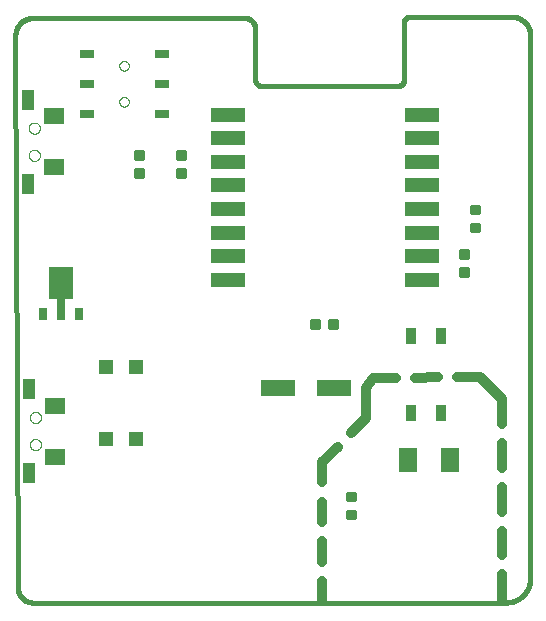
<source format=gtp>
G75*
%MOIN*%
%OFA0B0*%
%FSLAX25Y25*%
%IPPOS*%
%LPD*%
%AMOC8*
5,1,8,0,0,1.08239X$1,22.5*
%
%ADD10C,0.03200*%
%ADD11C,0.01600*%
%ADD12R,0.11811X0.04724*%
%ADD13R,0.11811X0.05512*%
%ADD14R,0.02756X0.04331*%
%ADD15R,0.07874X0.11024*%
%ADD16R,0.02500X0.05000*%
%ADD17R,0.05906X0.08268*%
%ADD18R,0.04724X0.04724*%
%ADD19C,0.00875*%
%ADD20R,0.05000X0.02500*%
%ADD21C,0.00000*%
%ADD22R,0.03500X0.05701*%
%ADD23R,0.07000X0.05500*%
%ADD24R,0.04000X0.07000*%
D10*
X0115973Y0044645D02*
X0115973Y0051459D01*
X0115973Y0057859D02*
X0115973Y0064673D01*
X0115973Y0071073D02*
X0115973Y0077887D01*
X0115973Y0084287D02*
X0115973Y0091102D01*
X0120994Y0096122D01*
X0125519Y0100648D02*
X0130540Y0105669D01*
X0130540Y0115905D01*
X0132902Y0119054D01*
X0140447Y0119138D01*
X0146847Y0119209D02*
X0154391Y0119293D01*
X0160791Y0119364D02*
X0168335Y0119448D01*
X0175816Y0111968D01*
X0175816Y0103781D01*
X0175816Y0097381D02*
X0175816Y0089194D01*
X0175816Y0082794D02*
X0175816Y0074606D01*
X0175816Y0068206D02*
X0175816Y0060019D01*
X0175816Y0053619D02*
X0175816Y0045432D01*
D11*
X0176997Y0044251D02*
X0019517Y0044251D01*
X0019376Y0044253D01*
X0019235Y0044259D01*
X0019094Y0044268D01*
X0018954Y0044282D01*
X0018814Y0044300D01*
X0018675Y0044321D01*
X0018536Y0044346D01*
X0018398Y0044375D01*
X0018261Y0044408D01*
X0018124Y0044444D01*
X0017989Y0044484D01*
X0017855Y0044528D01*
X0017722Y0044576D01*
X0017591Y0044627D01*
X0017461Y0044682D01*
X0017333Y0044741D01*
X0017206Y0044802D01*
X0017081Y0044868D01*
X0016958Y0044937D01*
X0016837Y0045009D01*
X0016718Y0045084D01*
X0016601Y0045163D01*
X0016486Y0045245D01*
X0016373Y0045330D01*
X0016263Y0045418D01*
X0016156Y0045509D01*
X0016051Y0045604D01*
X0015948Y0045701D01*
X0015849Y0045800D01*
X0015752Y0045903D01*
X0015657Y0046008D01*
X0015566Y0046115D01*
X0015478Y0046225D01*
X0015393Y0046338D01*
X0015311Y0046453D01*
X0015232Y0046570D01*
X0015157Y0046689D01*
X0015085Y0046810D01*
X0015016Y0046933D01*
X0014950Y0047058D01*
X0014889Y0047185D01*
X0014830Y0047313D01*
X0014775Y0047443D01*
X0014724Y0047574D01*
X0014676Y0047707D01*
X0014632Y0047841D01*
X0014592Y0047976D01*
X0014556Y0048113D01*
X0014523Y0048250D01*
X0014494Y0048388D01*
X0014469Y0048527D01*
X0014448Y0048666D01*
X0014430Y0048806D01*
X0014416Y0048946D01*
X0014407Y0049087D01*
X0014401Y0049228D01*
X0014399Y0049369D01*
X0014398Y0049369D02*
X0013611Y0233228D01*
X0013613Y0233380D01*
X0013619Y0233532D01*
X0013629Y0233684D01*
X0013642Y0233835D01*
X0013660Y0233986D01*
X0013681Y0234137D01*
X0013707Y0234287D01*
X0013736Y0234436D01*
X0013769Y0234585D01*
X0013806Y0234732D01*
X0013846Y0234879D01*
X0013891Y0235024D01*
X0013939Y0235168D01*
X0013991Y0235311D01*
X0014046Y0235453D01*
X0014105Y0235593D01*
X0014168Y0235732D01*
X0014234Y0235869D01*
X0014304Y0236004D01*
X0014377Y0236137D01*
X0014454Y0236268D01*
X0014534Y0236398D01*
X0014617Y0236525D01*
X0014703Y0236650D01*
X0014793Y0236773D01*
X0014886Y0236893D01*
X0014982Y0237011D01*
X0015081Y0237127D01*
X0015183Y0237240D01*
X0015287Y0237350D01*
X0015395Y0237458D01*
X0015505Y0237562D01*
X0015618Y0237664D01*
X0015734Y0237763D01*
X0015852Y0237859D01*
X0015972Y0237952D01*
X0016095Y0238042D01*
X0016220Y0238128D01*
X0016347Y0238211D01*
X0016477Y0238291D01*
X0016608Y0238368D01*
X0016741Y0238441D01*
X0016876Y0238511D01*
X0017013Y0238577D01*
X0017152Y0238640D01*
X0017292Y0238699D01*
X0017434Y0238754D01*
X0017577Y0238806D01*
X0017721Y0238854D01*
X0017866Y0238899D01*
X0018013Y0238939D01*
X0018160Y0238976D01*
X0018309Y0239009D01*
X0018458Y0239038D01*
X0018608Y0239064D01*
X0018759Y0239085D01*
X0018910Y0239103D01*
X0019061Y0239116D01*
X0019213Y0239126D01*
X0019365Y0239132D01*
X0019517Y0239134D01*
X0019517Y0239133D02*
X0089989Y0239133D01*
X0090105Y0239131D01*
X0090221Y0239125D01*
X0090336Y0239116D01*
X0090451Y0239103D01*
X0090566Y0239086D01*
X0090680Y0239065D01*
X0090794Y0239040D01*
X0090906Y0239012D01*
X0091017Y0238980D01*
X0091128Y0238945D01*
X0091237Y0238906D01*
X0091345Y0238863D01*
X0091451Y0238817D01*
X0091556Y0238768D01*
X0091659Y0238715D01*
X0091761Y0238658D01*
X0091860Y0238599D01*
X0091957Y0238536D01*
X0092053Y0238470D01*
X0092146Y0238401D01*
X0092237Y0238329D01*
X0092325Y0238254D01*
X0092411Y0238176D01*
X0092494Y0238095D01*
X0092575Y0238012D01*
X0092653Y0237926D01*
X0092728Y0237838D01*
X0092800Y0237747D01*
X0092869Y0237654D01*
X0092935Y0237558D01*
X0092998Y0237461D01*
X0093057Y0237362D01*
X0093114Y0237260D01*
X0093167Y0237157D01*
X0093216Y0237052D01*
X0093262Y0236946D01*
X0093305Y0236838D01*
X0093344Y0236729D01*
X0093379Y0236618D01*
X0093411Y0236507D01*
X0093439Y0236395D01*
X0093464Y0236281D01*
X0093485Y0236167D01*
X0093502Y0236052D01*
X0093515Y0235937D01*
X0093524Y0235822D01*
X0093530Y0235706D01*
X0093532Y0235590D01*
X0093532Y0218661D01*
X0093534Y0218566D01*
X0093540Y0218471D01*
X0093549Y0218376D01*
X0093563Y0218282D01*
X0093580Y0218189D01*
X0093601Y0218096D01*
X0093625Y0218004D01*
X0093654Y0217913D01*
X0093685Y0217823D01*
X0093721Y0217735D01*
X0093760Y0217648D01*
X0093803Y0217563D01*
X0093848Y0217480D01*
X0093898Y0217399D01*
X0093950Y0217319D01*
X0094006Y0217242D01*
X0094064Y0217167D01*
X0094126Y0217095D01*
X0094191Y0217025D01*
X0094258Y0216958D01*
X0094328Y0216893D01*
X0094400Y0216831D01*
X0094475Y0216773D01*
X0094552Y0216717D01*
X0094632Y0216665D01*
X0094713Y0216615D01*
X0094796Y0216570D01*
X0094881Y0216527D01*
X0094968Y0216488D01*
X0095056Y0216452D01*
X0095146Y0216421D01*
X0095237Y0216392D01*
X0095329Y0216368D01*
X0095422Y0216347D01*
X0095515Y0216330D01*
X0095609Y0216316D01*
X0095704Y0216307D01*
X0095799Y0216301D01*
X0095894Y0216299D01*
X0095894Y0216298D02*
X0140776Y0216298D01*
X0140776Y0216299D02*
X0140871Y0216301D01*
X0140966Y0216307D01*
X0141061Y0216316D01*
X0141155Y0216330D01*
X0141248Y0216347D01*
X0141341Y0216368D01*
X0141433Y0216392D01*
X0141524Y0216421D01*
X0141614Y0216452D01*
X0141702Y0216488D01*
X0141789Y0216527D01*
X0141874Y0216570D01*
X0141957Y0216615D01*
X0142038Y0216665D01*
X0142118Y0216717D01*
X0142195Y0216773D01*
X0142270Y0216831D01*
X0142342Y0216893D01*
X0142412Y0216958D01*
X0142479Y0217025D01*
X0142544Y0217095D01*
X0142606Y0217167D01*
X0142664Y0217242D01*
X0142720Y0217319D01*
X0142772Y0217399D01*
X0142822Y0217480D01*
X0142867Y0217563D01*
X0142910Y0217648D01*
X0142949Y0217735D01*
X0142985Y0217823D01*
X0143016Y0217913D01*
X0143045Y0218004D01*
X0143069Y0218096D01*
X0143090Y0218189D01*
X0143107Y0218282D01*
X0143121Y0218376D01*
X0143130Y0218471D01*
X0143136Y0218566D01*
X0143138Y0218661D01*
X0143139Y0218661D02*
X0143139Y0237558D01*
X0143138Y0237558D02*
X0143140Y0237644D01*
X0143145Y0237730D01*
X0143155Y0237815D01*
X0143168Y0237900D01*
X0143185Y0237984D01*
X0143205Y0238068D01*
X0143229Y0238150D01*
X0143257Y0238231D01*
X0143288Y0238312D01*
X0143322Y0238390D01*
X0143360Y0238467D01*
X0143402Y0238543D01*
X0143446Y0238616D01*
X0143494Y0238687D01*
X0143545Y0238757D01*
X0143599Y0238824D01*
X0143655Y0238888D01*
X0143715Y0238950D01*
X0143777Y0239010D01*
X0143841Y0239066D01*
X0143908Y0239120D01*
X0143978Y0239171D01*
X0144049Y0239219D01*
X0144123Y0239263D01*
X0144198Y0239305D01*
X0144275Y0239343D01*
X0144353Y0239377D01*
X0144434Y0239408D01*
X0144515Y0239436D01*
X0144597Y0239460D01*
X0144681Y0239480D01*
X0144765Y0239497D01*
X0144850Y0239510D01*
X0144935Y0239520D01*
X0145021Y0239525D01*
X0145107Y0239527D01*
X0178965Y0239527D01*
X0179122Y0239525D01*
X0179279Y0239519D01*
X0179436Y0239509D01*
X0179592Y0239496D01*
X0179748Y0239478D01*
X0179904Y0239457D01*
X0180059Y0239431D01*
X0180213Y0239402D01*
X0180367Y0239369D01*
X0180519Y0239332D01*
X0180671Y0239292D01*
X0180822Y0239247D01*
X0180971Y0239199D01*
X0181119Y0239147D01*
X0181266Y0239092D01*
X0181412Y0239032D01*
X0181556Y0238970D01*
X0181698Y0238903D01*
X0181839Y0238833D01*
X0181978Y0238760D01*
X0182115Y0238683D01*
X0182250Y0238603D01*
X0182382Y0238519D01*
X0182513Y0238432D01*
X0182642Y0238342D01*
X0182768Y0238249D01*
X0182892Y0238153D01*
X0183014Y0238053D01*
X0183133Y0237951D01*
X0183249Y0237845D01*
X0183363Y0237737D01*
X0183474Y0237626D01*
X0183582Y0237512D01*
X0183688Y0237396D01*
X0183790Y0237277D01*
X0183890Y0237155D01*
X0183986Y0237031D01*
X0184079Y0236905D01*
X0184169Y0236776D01*
X0184256Y0236645D01*
X0184340Y0236513D01*
X0184420Y0236378D01*
X0184497Y0236241D01*
X0184570Y0236102D01*
X0184640Y0235961D01*
X0184707Y0235819D01*
X0184769Y0235675D01*
X0184829Y0235529D01*
X0184884Y0235382D01*
X0184936Y0235234D01*
X0184984Y0235085D01*
X0185029Y0234934D01*
X0185069Y0234782D01*
X0185106Y0234630D01*
X0185139Y0234476D01*
X0185168Y0234322D01*
X0185194Y0234167D01*
X0185215Y0234011D01*
X0185233Y0233855D01*
X0185246Y0233699D01*
X0185256Y0233542D01*
X0185262Y0233385D01*
X0185264Y0233228D01*
X0185265Y0233228D02*
X0185265Y0052519D01*
X0185263Y0052319D01*
X0185255Y0052120D01*
X0185243Y0051920D01*
X0185226Y0051721D01*
X0185205Y0051522D01*
X0185178Y0051324D01*
X0185147Y0051127D01*
X0185111Y0050930D01*
X0185070Y0050735D01*
X0185025Y0050540D01*
X0184975Y0050347D01*
X0184920Y0050155D01*
X0184860Y0049964D01*
X0184796Y0049775D01*
X0184728Y0049587D01*
X0184655Y0049401D01*
X0184577Y0049217D01*
X0184495Y0049035D01*
X0184409Y0048855D01*
X0184318Y0048677D01*
X0184223Y0048501D01*
X0184124Y0048327D01*
X0184020Y0048156D01*
X0183913Y0047988D01*
X0183801Y0047822D01*
X0183686Y0047659D01*
X0183567Y0047499D01*
X0183443Y0047342D01*
X0183316Y0047187D01*
X0183186Y0047036D01*
X0183051Y0046888D01*
X0182914Y0046744D01*
X0182772Y0046602D01*
X0182628Y0046465D01*
X0182480Y0046330D01*
X0182329Y0046200D01*
X0182174Y0046073D01*
X0182017Y0045949D01*
X0181857Y0045830D01*
X0181694Y0045715D01*
X0181528Y0045603D01*
X0181360Y0045496D01*
X0181189Y0045392D01*
X0181015Y0045293D01*
X0180839Y0045198D01*
X0180661Y0045107D01*
X0180481Y0045021D01*
X0180299Y0044939D01*
X0180115Y0044861D01*
X0179929Y0044788D01*
X0179741Y0044720D01*
X0179552Y0044656D01*
X0179361Y0044596D01*
X0179169Y0044541D01*
X0178976Y0044491D01*
X0178781Y0044446D01*
X0178586Y0044405D01*
X0178389Y0044369D01*
X0178192Y0044338D01*
X0177994Y0044311D01*
X0177795Y0044290D01*
X0177596Y0044273D01*
X0177396Y0044261D01*
X0177197Y0044253D01*
X0176997Y0044251D01*
D12*
X0149139Y0151787D03*
X0149139Y0159661D03*
X0149139Y0167535D03*
X0149139Y0175409D03*
X0149139Y0183283D03*
X0149139Y0191157D03*
X0149139Y0199031D03*
X0149139Y0206905D03*
X0084572Y0206905D03*
X0084572Y0199031D03*
X0084572Y0191157D03*
X0084572Y0183283D03*
X0084572Y0175409D03*
X0084572Y0167535D03*
X0084572Y0159661D03*
X0084572Y0151787D03*
D13*
X0101013Y0115905D03*
X0119910Y0115905D03*
D14*
X0034788Y0140399D03*
X0022977Y0140399D03*
D15*
X0028883Y0150832D03*
D16*
X0028883Y0150970D03*
X0028883Y0149002D03*
X0028883Y0146639D03*
X0028883Y0143490D03*
X0028883Y0140734D03*
X0028489Y0153332D03*
D17*
X0144320Y0091889D03*
X0158493Y0091889D03*
D18*
X0053908Y0098756D03*
X0043672Y0098756D03*
X0043672Y0122772D03*
X0053908Y0122772D03*
D19*
X0053632Y0186082D02*
X0053632Y0188708D01*
X0056258Y0188708D01*
X0056258Y0186082D01*
X0053632Y0186082D01*
X0053632Y0186956D02*
X0056258Y0186956D01*
X0056258Y0187830D02*
X0053632Y0187830D01*
X0053632Y0188704D02*
X0056258Y0188704D01*
X0053632Y0192082D02*
X0053632Y0194708D01*
X0056258Y0194708D01*
X0056258Y0192082D01*
X0053632Y0192082D01*
X0053632Y0192956D02*
X0056258Y0192956D01*
X0056258Y0193830D02*
X0053632Y0193830D01*
X0053632Y0194704D02*
X0056258Y0194704D01*
X0067411Y0194708D02*
X0067411Y0192082D01*
X0067411Y0194708D02*
X0070037Y0194708D01*
X0070037Y0192082D01*
X0067411Y0192082D01*
X0067411Y0192956D02*
X0070037Y0192956D01*
X0070037Y0193830D02*
X0067411Y0193830D01*
X0067411Y0194704D02*
X0070037Y0194704D01*
X0067411Y0188708D02*
X0067411Y0186082D01*
X0067411Y0188708D02*
X0070037Y0188708D01*
X0070037Y0186082D01*
X0067411Y0186082D01*
X0067411Y0186956D02*
X0070037Y0186956D01*
X0070037Y0187830D02*
X0067411Y0187830D01*
X0067411Y0188704D02*
X0070037Y0188704D01*
X0112049Y0135933D02*
X0114675Y0135933D01*
X0112049Y0135933D02*
X0112049Y0138559D01*
X0114675Y0138559D01*
X0114675Y0135933D01*
X0114675Y0136807D02*
X0112049Y0136807D01*
X0112049Y0137681D02*
X0114675Y0137681D01*
X0114675Y0138555D02*
X0112049Y0138555D01*
X0118049Y0135933D02*
X0120675Y0135933D01*
X0118049Y0135933D02*
X0118049Y0138559D01*
X0120675Y0138559D01*
X0120675Y0135933D01*
X0120675Y0136807D02*
X0118049Y0136807D01*
X0118049Y0137681D02*
X0120675Y0137681D01*
X0120675Y0138555D02*
X0118049Y0138555D01*
X0126730Y0080929D02*
X0126730Y0078303D01*
X0124104Y0078303D01*
X0124104Y0080929D01*
X0126730Y0080929D01*
X0126730Y0079177D02*
X0124104Y0079177D01*
X0124104Y0080051D02*
X0126730Y0080051D01*
X0126730Y0080925D02*
X0124104Y0080925D01*
X0126730Y0074929D02*
X0126730Y0072303D01*
X0124104Y0072303D01*
X0124104Y0074929D01*
X0126730Y0074929D01*
X0126730Y0073177D02*
X0124104Y0073177D01*
X0124104Y0074051D02*
X0126730Y0074051D01*
X0126730Y0074925D02*
X0124104Y0074925D01*
X0164526Y0153011D02*
X0164526Y0155637D01*
X0164526Y0153011D02*
X0161900Y0153011D01*
X0161900Y0155637D01*
X0164526Y0155637D01*
X0164526Y0153885D02*
X0161900Y0153885D01*
X0161900Y0154759D02*
X0164526Y0154759D01*
X0164526Y0155633D02*
X0161900Y0155633D01*
X0164526Y0159011D02*
X0164526Y0161637D01*
X0164526Y0159011D02*
X0161900Y0159011D01*
X0161900Y0161637D01*
X0164526Y0161637D01*
X0164526Y0159885D02*
X0161900Y0159885D01*
X0161900Y0160759D02*
X0164526Y0160759D01*
X0164526Y0161633D02*
X0161900Y0161633D01*
X0165443Y0167972D02*
X0165443Y0170598D01*
X0168069Y0170598D01*
X0168069Y0167972D01*
X0165443Y0167972D01*
X0165443Y0168846D02*
X0168069Y0168846D01*
X0168069Y0169720D02*
X0165443Y0169720D01*
X0165443Y0170594D02*
X0168069Y0170594D01*
X0165443Y0173972D02*
X0165443Y0176598D01*
X0168069Y0176598D01*
X0168069Y0173972D01*
X0165443Y0173972D01*
X0165443Y0174846D02*
X0168069Y0174846D01*
X0168069Y0175720D02*
X0165443Y0175720D01*
X0165443Y0176594D02*
X0168069Y0176594D01*
D20*
X0062327Y0207167D03*
X0062327Y0217167D03*
X0062327Y0227167D03*
X0037327Y0227167D03*
X0037327Y0217167D03*
X0037327Y0207167D03*
D21*
X0048227Y0211167D02*
X0048229Y0211247D01*
X0048235Y0211326D01*
X0048245Y0211405D01*
X0048259Y0211484D01*
X0048276Y0211562D01*
X0048298Y0211639D01*
X0048323Y0211714D01*
X0048353Y0211788D01*
X0048385Y0211861D01*
X0048422Y0211932D01*
X0048462Y0212001D01*
X0048505Y0212068D01*
X0048552Y0212133D01*
X0048601Y0212195D01*
X0048654Y0212255D01*
X0048710Y0212312D01*
X0048768Y0212367D01*
X0048829Y0212418D01*
X0048893Y0212466D01*
X0048959Y0212511D01*
X0049027Y0212553D01*
X0049097Y0212591D01*
X0049169Y0212625D01*
X0049242Y0212656D01*
X0049317Y0212684D01*
X0049394Y0212707D01*
X0049471Y0212727D01*
X0049549Y0212743D01*
X0049628Y0212755D01*
X0049707Y0212763D01*
X0049787Y0212767D01*
X0049867Y0212767D01*
X0049947Y0212763D01*
X0050026Y0212755D01*
X0050105Y0212743D01*
X0050183Y0212727D01*
X0050260Y0212707D01*
X0050337Y0212684D01*
X0050412Y0212656D01*
X0050485Y0212625D01*
X0050557Y0212591D01*
X0050627Y0212553D01*
X0050695Y0212511D01*
X0050761Y0212466D01*
X0050825Y0212418D01*
X0050886Y0212367D01*
X0050944Y0212312D01*
X0051000Y0212255D01*
X0051053Y0212195D01*
X0051102Y0212133D01*
X0051149Y0212068D01*
X0051192Y0212001D01*
X0051232Y0211932D01*
X0051269Y0211861D01*
X0051301Y0211788D01*
X0051331Y0211714D01*
X0051356Y0211639D01*
X0051378Y0211562D01*
X0051395Y0211484D01*
X0051409Y0211405D01*
X0051419Y0211326D01*
X0051425Y0211247D01*
X0051427Y0211167D01*
X0051425Y0211087D01*
X0051419Y0211008D01*
X0051409Y0210929D01*
X0051395Y0210850D01*
X0051378Y0210772D01*
X0051356Y0210695D01*
X0051331Y0210620D01*
X0051301Y0210546D01*
X0051269Y0210473D01*
X0051232Y0210402D01*
X0051192Y0210333D01*
X0051149Y0210266D01*
X0051102Y0210201D01*
X0051053Y0210139D01*
X0051000Y0210079D01*
X0050944Y0210022D01*
X0050886Y0209967D01*
X0050825Y0209916D01*
X0050761Y0209868D01*
X0050695Y0209823D01*
X0050627Y0209781D01*
X0050557Y0209743D01*
X0050485Y0209709D01*
X0050412Y0209678D01*
X0050337Y0209650D01*
X0050260Y0209627D01*
X0050183Y0209607D01*
X0050105Y0209591D01*
X0050026Y0209579D01*
X0049947Y0209571D01*
X0049867Y0209567D01*
X0049787Y0209567D01*
X0049707Y0209571D01*
X0049628Y0209579D01*
X0049549Y0209591D01*
X0049471Y0209607D01*
X0049394Y0209627D01*
X0049317Y0209650D01*
X0049242Y0209678D01*
X0049169Y0209709D01*
X0049097Y0209743D01*
X0049027Y0209781D01*
X0048959Y0209823D01*
X0048893Y0209868D01*
X0048829Y0209916D01*
X0048768Y0209967D01*
X0048710Y0210022D01*
X0048654Y0210079D01*
X0048601Y0210139D01*
X0048552Y0210201D01*
X0048505Y0210266D01*
X0048462Y0210333D01*
X0048422Y0210402D01*
X0048385Y0210473D01*
X0048353Y0210546D01*
X0048323Y0210620D01*
X0048298Y0210695D01*
X0048276Y0210772D01*
X0048259Y0210850D01*
X0048245Y0210929D01*
X0048235Y0211008D01*
X0048229Y0211087D01*
X0048227Y0211167D01*
X0048227Y0223167D02*
X0048229Y0223247D01*
X0048235Y0223326D01*
X0048245Y0223405D01*
X0048259Y0223484D01*
X0048276Y0223562D01*
X0048298Y0223639D01*
X0048323Y0223714D01*
X0048353Y0223788D01*
X0048385Y0223861D01*
X0048422Y0223932D01*
X0048462Y0224001D01*
X0048505Y0224068D01*
X0048552Y0224133D01*
X0048601Y0224195D01*
X0048654Y0224255D01*
X0048710Y0224312D01*
X0048768Y0224367D01*
X0048829Y0224418D01*
X0048893Y0224466D01*
X0048959Y0224511D01*
X0049027Y0224553D01*
X0049097Y0224591D01*
X0049169Y0224625D01*
X0049242Y0224656D01*
X0049317Y0224684D01*
X0049394Y0224707D01*
X0049471Y0224727D01*
X0049549Y0224743D01*
X0049628Y0224755D01*
X0049707Y0224763D01*
X0049787Y0224767D01*
X0049867Y0224767D01*
X0049947Y0224763D01*
X0050026Y0224755D01*
X0050105Y0224743D01*
X0050183Y0224727D01*
X0050260Y0224707D01*
X0050337Y0224684D01*
X0050412Y0224656D01*
X0050485Y0224625D01*
X0050557Y0224591D01*
X0050627Y0224553D01*
X0050695Y0224511D01*
X0050761Y0224466D01*
X0050825Y0224418D01*
X0050886Y0224367D01*
X0050944Y0224312D01*
X0051000Y0224255D01*
X0051053Y0224195D01*
X0051102Y0224133D01*
X0051149Y0224068D01*
X0051192Y0224001D01*
X0051232Y0223932D01*
X0051269Y0223861D01*
X0051301Y0223788D01*
X0051331Y0223714D01*
X0051356Y0223639D01*
X0051378Y0223562D01*
X0051395Y0223484D01*
X0051409Y0223405D01*
X0051419Y0223326D01*
X0051425Y0223247D01*
X0051427Y0223167D01*
X0051425Y0223087D01*
X0051419Y0223008D01*
X0051409Y0222929D01*
X0051395Y0222850D01*
X0051378Y0222772D01*
X0051356Y0222695D01*
X0051331Y0222620D01*
X0051301Y0222546D01*
X0051269Y0222473D01*
X0051232Y0222402D01*
X0051192Y0222333D01*
X0051149Y0222266D01*
X0051102Y0222201D01*
X0051053Y0222139D01*
X0051000Y0222079D01*
X0050944Y0222022D01*
X0050886Y0221967D01*
X0050825Y0221916D01*
X0050761Y0221868D01*
X0050695Y0221823D01*
X0050627Y0221781D01*
X0050557Y0221743D01*
X0050485Y0221709D01*
X0050412Y0221678D01*
X0050337Y0221650D01*
X0050260Y0221627D01*
X0050183Y0221607D01*
X0050105Y0221591D01*
X0050026Y0221579D01*
X0049947Y0221571D01*
X0049867Y0221567D01*
X0049787Y0221567D01*
X0049707Y0221571D01*
X0049628Y0221579D01*
X0049549Y0221591D01*
X0049471Y0221607D01*
X0049394Y0221627D01*
X0049317Y0221650D01*
X0049242Y0221678D01*
X0049169Y0221709D01*
X0049097Y0221743D01*
X0049027Y0221781D01*
X0048959Y0221823D01*
X0048893Y0221868D01*
X0048829Y0221916D01*
X0048768Y0221967D01*
X0048710Y0222022D01*
X0048654Y0222079D01*
X0048601Y0222139D01*
X0048552Y0222201D01*
X0048505Y0222266D01*
X0048462Y0222333D01*
X0048422Y0222402D01*
X0048385Y0222473D01*
X0048353Y0222546D01*
X0048323Y0222620D01*
X0048298Y0222695D01*
X0048276Y0222772D01*
X0048259Y0222850D01*
X0048245Y0222929D01*
X0048235Y0223008D01*
X0048229Y0223087D01*
X0048227Y0223167D01*
X0018036Y0202403D02*
X0018038Y0202489D01*
X0018044Y0202576D01*
X0018054Y0202661D01*
X0018068Y0202747D01*
X0018086Y0202831D01*
X0018107Y0202915D01*
X0018133Y0202997D01*
X0018162Y0203079D01*
X0018195Y0203158D01*
X0018232Y0203237D01*
X0018272Y0203313D01*
X0018316Y0203387D01*
X0018363Y0203460D01*
X0018414Y0203530D01*
X0018467Y0203598D01*
X0018524Y0203663D01*
X0018584Y0203725D01*
X0018646Y0203785D01*
X0018711Y0203842D01*
X0018779Y0203895D01*
X0018849Y0203946D01*
X0018922Y0203993D01*
X0018996Y0204037D01*
X0019072Y0204077D01*
X0019151Y0204114D01*
X0019230Y0204147D01*
X0019312Y0204176D01*
X0019394Y0204202D01*
X0019478Y0204223D01*
X0019562Y0204241D01*
X0019648Y0204255D01*
X0019733Y0204265D01*
X0019820Y0204271D01*
X0019906Y0204273D01*
X0019992Y0204271D01*
X0020079Y0204265D01*
X0020164Y0204255D01*
X0020250Y0204241D01*
X0020334Y0204223D01*
X0020418Y0204202D01*
X0020500Y0204176D01*
X0020582Y0204147D01*
X0020661Y0204114D01*
X0020740Y0204077D01*
X0020816Y0204037D01*
X0020890Y0203993D01*
X0020963Y0203946D01*
X0021033Y0203895D01*
X0021101Y0203842D01*
X0021166Y0203785D01*
X0021228Y0203725D01*
X0021288Y0203663D01*
X0021345Y0203598D01*
X0021398Y0203530D01*
X0021449Y0203460D01*
X0021496Y0203387D01*
X0021540Y0203313D01*
X0021580Y0203237D01*
X0021617Y0203158D01*
X0021650Y0203079D01*
X0021679Y0202997D01*
X0021705Y0202915D01*
X0021726Y0202831D01*
X0021744Y0202747D01*
X0021758Y0202661D01*
X0021768Y0202576D01*
X0021774Y0202489D01*
X0021776Y0202403D01*
X0021774Y0202317D01*
X0021768Y0202230D01*
X0021758Y0202145D01*
X0021744Y0202059D01*
X0021726Y0201975D01*
X0021705Y0201891D01*
X0021679Y0201809D01*
X0021650Y0201727D01*
X0021617Y0201648D01*
X0021580Y0201569D01*
X0021540Y0201493D01*
X0021496Y0201419D01*
X0021449Y0201346D01*
X0021398Y0201276D01*
X0021345Y0201208D01*
X0021288Y0201143D01*
X0021228Y0201081D01*
X0021166Y0201021D01*
X0021101Y0200964D01*
X0021033Y0200911D01*
X0020963Y0200860D01*
X0020890Y0200813D01*
X0020816Y0200769D01*
X0020740Y0200729D01*
X0020661Y0200692D01*
X0020582Y0200659D01*
X0020500Y0200630D01*
X0020418Y0200604D01*
X0020334Y0200583D01*
X0020250Y0200565D01*
X0020164Y0200551D01*
X0020079Y0200541D01*
X0019992Y0200535D01*
X0019906Y0200533D01*
X0019820Y0200535D01*
X0019733Y0200541D01*
X0019648Y0200551D01*
X0019562Y0200565D01*
X0019478Y0200583D01*
X0019394Y0200604D01*
X0019312Y0200630D01*
X0019230Y0200659D01*
X0019151Y0200692D01*
X0019072Y0200729D01*
X0018996Y0200769D01*
X0018922Y0200813D01*
X0018849Y0200860D01*
X0018779Y0200911D01*
X0018711Y0200964D01*
X0018646Y0201021D01*
X0018584Y0201081D01*
X0018524Y0201143D01*
X0018467Y0201208D01*
X0018414Y0201276D01*
X0018363Y0201346D01*
X0018316Y0201419D01*
X0018272Y0201493D01*
X0018232Y0201569D01*
X0018195Y0201648D01*
X0018162Y0201727D01*
X0018133Y0201809D01*
X0018107Y0201891D01*
X0018086Y0201975D01*
X0018068Y0202059D01*
X0018054Y0202145D01*
X0018044Y0202230D01*
X0018038Y0202317D01*
X0018036Y0202403D01*
X0018036Y0193348D02*
X0018038Y0193434D01*
X0018044Y0193521D01*
X0018054Y0193606D01*
X0018068Y0193692D01*
X0018086Y0193776D01*
X0018107Y0193860D01*
X0018133Y0193942D01*
X0018162Y0194024D01*
X0018195Y0194103D01*
X0018232Y0194182D01*
X0018272Y0194258D01*
X0018316Y0194332D01*
X0018363Y0194405D01*
X0018414Y0194475D01*
X0018467Y0194543D01*
X0018524Y0194608D01*
X0018584Y0194670D01*
X0018646Y0194730D01*
X0018711Y0194787D01*
X0018779Y0194840D01*
X0018849Y0194891D01*
X0018922Y0194938D01*
X0018996Y0194982D01*
X0019072Y0195022D01*
X0019151Y0195059D01*
X0019230Y0195092D01*
X0019312Y0195121D01*
X0019394Y0195147D01*
X0019478Y0195168D01*
X0019562Y0195186D01*
X0019648Y0195200D01*
X0019733Y0195210D01*
X0019820Y0195216D01*
X0019906Y0195218D01*
X0019992Y0195216D01*
X0020079Y0195210D01*
X0020164Y0195200D01*
X0020250Y0195186D01*
X0020334Y0195168D01*
X0020418Y0195147D01*
X0020500Y0195121D01*
X0020582Y0195092D01*
X0020661Y0195059D01*
X0020740Y0195022D01*
X0020816Y0194982D01*
X0020890Y0194938D01*
X0020963Y0194891D01*
X0021033Y0194840D01*
X0021101Y0194787D01*
X0021166Y0194730D01*
X0021228Y0194670D01*
X0021288Y0194608D01*
X0021345Y0194543D01*
X0021398Y0194475D01*
X0021449Y0194405D01*
X0021496Y0194332D01*
X0021540Y0194258D01*
X0021580Y0194182D01*
X0021617Y0194103D01*
X0021650Y0194024D01*
X0021679Y0193942D01*
X0021705Y0193860D01*
X0021726Y0193776D01*
X0021744Y0193692D01*
X0021758Y0193606D01*
X0021768Y0193521D01*
X0021774Y0193434D01*
X0021776Y0193348D01*
X0021774Y0193262D01*
X0021768Y0193175D01*
X0021758Y0193090D01*
X0021744Y0193004D01*
X0021726Y0192920D01*
X0021705Y0192836D01*
X0021679Y0192754D01*
X0021650Y0192672D01*
X0021617Y0192593D01*
X0021580Y0192514D01*
X0021540Y0192438D01*
X0021496Y0192364D01*
X0021449Y0192291D01*
X0021398Y0192221D01*
X0021345Y0192153D01*
X0021288Y0192088D01*
X0021228Y0192026D01*
X0021166Y0191966D01*
X0021101Y0191909D01*
X0021033Y0191856D01*
X0020963Y0191805D01*
X0020890Y0191758D01*
X0020816Y0191714D01*
X0020740Y0191674D01*
X0020661Y0191637D01*
X0020582Y0191604D01*
X0020500Y0191575D01*
X0020418Y0191549D01*
X0020334Y0191528D01*
X0020250Y0191510D01*
X0020164Y0191496D01*
X0020079Y0191486D01*
X0019992Y0191480D01*
X0019906Y0191478D01*
X0019820Y0191480D01*
X0019733Y0191486D01*
X0019648Y0191496D01*
X0019562Y0191510D01*
X0019478Y0191528D01*
X0019394Y0191549D01*
X0019312Y0191575D01*
X0019230Y0191604D01*
X0019151Y0191637D01*
X0019072Y0191674D01*
X0018996Y0191714D01*
X0018922Y0191758D01*
X0018849Y0191805D01*
X0018779Y0191856D01*
X0018711Y0191909D01*
X0018646Y0191966D01*
X0018584Y0192026D01*
X0018524Y0192088D01*
X0018467Y0192153D01*
X0018414Y0192221D01*
X0018363Y0192291D01*
X0018316Y0192364D01*
X0018272Y0192438D01*
X0018232Y0192514D01*
X0018195Y0192593D01*
X0018162Y0192672D01*
X0018133Y0192754D01*
X0018107Y0192836D01*
X0018086Y0192920D01*
X0018068Y0193004D01*
X0018054Y0193090D01*
X0018044Y0193175D01*
X0018038Y0193262D01*
X0018036Y0193348D01*
X0018429Y0105946D02*
X0018431Y0106032D01*
X0018437Y0106119D01*
X0018447Y0106204D01*
X0018461Y0106290D01*
X0018479Y0106374D01*
X0018500Y0106458D01*
X0018526Y0106540D01*
X0018555Y0106622D01*
X0018588Y0106701D01*
X0018625Y0106780D01*
X0018665Y0106856D01*
X0018709Y0106930D01*
X0018756Y0107003D01*
X0018807Y0107073D01*
X0018860Y0107141D01*
X0018917Y0107206D01*
X0018977Y0107268D01*
X0019039Y0107328D01*
X0019104Y0107385D01*
X0019172Y0107438D01*
X0019242Y0107489D01*
X0019315Y0107536D01*
X0019389Y0107580D01*
X0019465Y0107620D01*
X0019544Y0107657D01*
X0019623Y0107690D01*
X0019705Y0107719D01*
X0019787Y0107745D01*
X0019871Y0107766D01*
X0019955Y0107784D01*
X0020041Y0107798D01*
X0020126Y0107808D01*
X0020213Y0107814D01*
X0020299Y0107816D01*
X0020385Y0107814D01*
X0020472Y0107808D01*
X0020557Y0107798D01*
X0020643Y0107784D01*
X0020727Y0107766D01*
X0020811Y0107745D01*
X0020893Y0107719D01*
X0020975Y0107690D01*
X0021054Y0107657D01*
X0021133Y0107620D01*
X0021209Y0107580D01*
X0021283Y0107536D01*
X0021356Y0107489D01*
X0021426Y0107438D01*
X0021494Y0107385D01*
X0021559Y0107328D01*
X0021621Y0107268D01*
X0021681Y0107206D01*
X0021738Y0107141D01*
X0021791Y0107073D01*
X0021842Y0107003D01*
X0021889Y0106930D01*
X0021933Y0106856D01*
X0021973Y0106780D01*
X0022010Y0106701D01*
X0022043Y0106622D01*
X0022072Y0106540D01*
X0022098Y0106458D01*
X0022119Y0106374D01*
X0022137Y0106290D01*
X0022151Y0106204D01*
X0022161Y0106119D01*
X0022167Y0106032D01*
X0022169Y0105946D01*
X0022167Y0105860D01*
X0022161Y0105773D01*
X0022151Y0105688D01*
X0022137Y0105602D01*
X0022119Y0105518D01*
X0022098Y0105434D01*
X0022072Y0105352D01*
X0022043Y0105270D01*
X0022010Y0105191D01*
X0021973Y0105112D01*
X0021933Y0105036D01*
X0021889Y0104962D01*
X0021842Y0104889D01*
X0021791Y0104819D01*
X0021738Y0104751D01*
X0021681Y0104686D01*
X0021621Y0104624D01*
X0021559Y0104564D01*
X0021494Y0104507D01*
X0021426Y0104454D01*
X0021356Y0104403D01*
X0021283Y0104356D01*
X0021209Y0104312D01*
X0021133Y0104272D01*
X0021054Y0104235D01*
X0020975Y0104202D01*
X0020893Y0104173D01*
X0020811Y0104147D01*
X0020727Y0104126D01*
X0020643Y0104108D01*
X0020557Y0104094D01*
X0020472Y0104084D01*
X0020385Y0104078D01*
X0020299Y0104076D01*
X0020213Y0104078D01*
X0020126Y0104084D01*
X0020041Y0104094D01*
X0019955Y0104108D01*
X0019871Y0104126D01*
X0019787Y0104147D01*
X0019705Y0104173D01*
X0019623Y0104202D01*
X0019544Y0104235D01*
X0019465Y0104272D01*
X0019389Y0104312D01*
X0019315Y0104356D01*
X0019242Y0104403D01*
X0019172Y0104454D01*
X0019104Y0104507D01*
X0019039Y0104564D01*
X0018977Y0104624D01*
X0018917Y0104686D01*
X0018860Y0104751D01*
X0018807Y0104819D01*
X0018756Y0104889D01*
X0018709Y0104962D01*
X0018665Y0105036D01*
X0018625Y0105112D01*
X0018588Y0105191D01*
X0018555Y0105270D01*
X0018526Y0105352D01*
X0018500Y0105434D01*
X0018479Y0105518D01*
X0018461Y0105602D01*
X0018447Y0105688D01*
X0018437Y0105773D01*
X0018431Y0105860D01*
X0018429Y0105946D01*
X0018429Y0096891D02*
X0018431Y0096977D01*
X0018437Y0097064D01*
X0018447Y0097149D01*
X0018461Y0097235D01*
X0018479Y0097319D01*
X0018500Y0097403D01*
X0018526Y0097485D01*
X0018555Y0097567D01*
X0018588Y0097646D01*
X0018625Y0097725D01*
X0018665Y0097801D01*
X0018709Y0097875D01*
X0018756Y0097948D01*
X0018807Y0098018D01*
X0018860Y0098086D01*
X0018917Y0098151D01*
X0018977Y0098213D01*
X0019039Y0098273D01*
X0019104Y0098330D01*
X0019172Y0098383D01*
X0019242Y0098434D01*
X0019315Y0098481D01*
X0019389Y0098525D01*
X0019465Y0098565D01*
X0019544Y0098602D01*
X0019623Y0098635D01*
X0019705Y0098664D01*
X0019787Y0098690D01*
X0019871Y0098711D01*
X0019955Y0098729D01*
X0020041Y0098743D01*
X0020126Y0098753D01*
X0020213Y0098759D01*
X0020299Y0098761D01*
X0020385Y0098759D01*
X0020472Y0098753D01*
X0020557Y0098743D01*
X0020643Y0098729D01*
X0020727Y0098711D01*
X0020811Y0098690D01*
X0020893Y0098664D01*
X0020975Y0098635D01*
X0021054Y0098602D01*
X0021133Y0098565D01*
X0021209Y0098525D01*
X0021283Y0098481D01*
X0021356Y0098434D01*
X0021426Y0098383D01*
X0021494Y0098330D01*
X0021559Y0098273D01*
X0021621Y0098213D01*
X0021681Y0098151D01*
X0021738Y0098086D01*
X0021791Y0098018D01*
X0021842Y0097948D01*
X0021889Y0097875D01*
X0021933Y0097801D01*
X0021973Y0097725D01*
X0022010Y0097646D01*
X0022043Y0097567D01*
X0022072Y0097485D01*
X0022098Y0097403D01*
X0022119Y0097319D01*
X0022137Y0097235D01*
X0022151Y0097149D01*
X0022161Y0097064D01*
X0022167Y0096977D01*
X0022169Y0096891D01*
X0022167Y0096805D01*
X0022161Y0096718D01*
X0022151Y0096633D01*
X0022137Y0096547D01*
X0022119Y0096463D01*
X0022098Y0096379D01*
X0022072Y0096297D01*
X0022043Y0096215D01*
X0022010Y0096136D01*
X0021973Y0096057D01*
X0021933Y0095981D01*
X0021889Y0095907D01*
X0021842Y0095834D01*
X0021791Y0095764D01*
X0021738Y0095696D01*
X0021681Y0095631D01*
X0021621Y0095569D01*
X0021559Y0095509D01*
X0021494Y0095452D01*
X0021426Y0095399D01*
X0021356Y0095348D01*
X0021283Y0095301D01*
X0021209Y0095257D01*
X0021133Y0095217D01*
X0021054Y0095180D01*
X0020975Y0095147D01*
X0020893Y0095118D01*
X0020811Y0095092D01*
X0020727Y0095071D01*
X0020643Y0095053D01*
X0020557Y0095039D01*
X0020472Y0095029D01*
X0020385Y0095023D01*
X0020299Y0095021D01*
X0020213Y0095023D01*
X0020126Y0095029D01*
X0020041Y0095039D01*
X0019955Y0095053D01*
X0019871Y0095071D01*
X0019787Y0095092D01*
X0019705Y0095118D01*
X0019623Y0095147D01*
X0019544Y0095180D01*
X0019465Y0095217D01*
X0019389Y0095257D01*
X0019315Y0095301D01*
X0019242Y0095348D01*
X0019172Y0095399D01*
X0019104Y0095452D01*
X0019039Y0095509D01*
X0018977Y0095569D01*
X0018917Y0095631D01*
X0018860Y0095696D01*
X0018807Y0095764D01*
X0018756Y0095834D01*
X0018709Y0095907D01*
X0018665Y0095981D01*
X0018625Y0096057D01*
X0018588Y0096136D01*
X0018555Y0096215D01*
X0018526Y0096297D01*
X0018500Y0096379D01*
X0018479Y0096463D01*
X0018461Y0096547D01*
X0018447Y0096633D01*
X0018437Y0096718D01*
X0018431Y0096805D01*
X0018429Y0096891D01*
D22*
X0145614Y0107521D03*
X0155614Y0107521D03*
X0155614Y0133112D03*
X0145614Y0133112D03*
D23*
X0026799Y0109919D03*
X0026799Y0092919D03*
X0026406Y0189376D03*
X0026406Y0206376D03*
D24*
X0017906Y0211876D03*
X0017906Y0183876D03*
X0018299Y0115419D03*
X0018299Y0087419D03*
M02*

</source>
